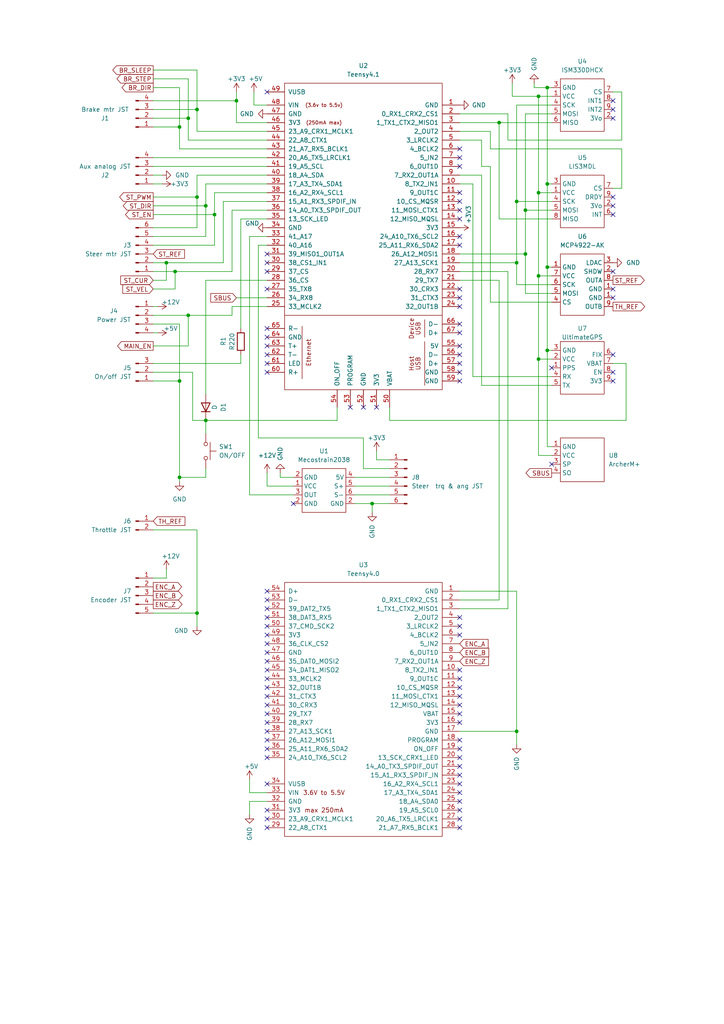
<source format=kicad_sch>
(kicad_sch (version 20211123) (generator eeschema)
  (paper "A4" portrait)
  (title_block (title "LV schematic") (date "2022-04-13") (rev "1") (company "University of Padova") (comment 1 "Low-voltage motherboard schematic"))
  (lib_symbols
    (symbol "Connector:Conn_01x02_Male" (pin_names (offset 1.016) hide)
      (property "Reference" "J" (at 0 2.54 0))
      (property "Value" "Conn_01x02_Male" (at 0 -5.08 0))
      (symbol "Conn_01x02_Male_1_1"
        (polyline (pts (xy 1.27 -2.54) (xy 0.8636 -2.54)) (stroke (width 0.1524)))
        (polyline (pts (xy 1.27 0) (xy 0.8636 0)) (stroke (width 0.1524)))
        (rectangle (start 0.8636 -2.413) (end 0 -2.667) (stroke (width 0.1524)) (fill (type outline)))
        (rectangle (start 0.8636 0.127) (end 0 -0.127) (stroke (width 0.1524)) (fill (type outline)))
        (pin passive line (at 5.08 0 180) (length 3.81) (name "Pin_1") (number "1"))
        (pin passive line (at 5.08 -2.54 180) (length 3.81) (name "Pin_2") (number "2"))
      )
    )
    (symbol "Connector:Conn_01x03_Male" (pin_names (offset 1.016) hide)
      (property "Reference" "J" (at 0 5.08 0))
      (property "Value" "Conn_01x03_Male" (at 0 -5.08 0))
      (symbol "Conn_01x03_Male_1_1"
        (polyline (pts (xy 1.27 -2.54) (xy 0.8636 -2.54)) (stroke (width 0.1524)))
        (polyline (pts (xy 1.27 0) (xy 0.8636 0)) (stroke (width 0.1524)))
        (polyline (pts (xy 1.27 2.54) (xy 0.8636 2.54)) (stroke (width 0.1524)))
        (rectangle (start 0.8636 -2.413) (end 0 -2.667) (stroke (width 0.1524)) (fill (type outline)))
        (rectangle (start 0.8636 0.127) (end 0 -0.127) (stroke (width 0.1524)) (fill (type outline)))
        (rectangle (start 0.8636 2.667) (end 0 2.413) (stroke (width 0.1524)) (fill (type outline)))
        (pin passive line (at 5.08 2.54 180) (length 3.81) (name "Pin_1") (number "1"))
        (pin passive line (at 5.08 0 180) (length 3.81) (name "Pin_2") (number "2"))
        (pin passive line (at 5.08 -2.54 180) (length 3.81) (name "Pin_3") (number "3"))
      )
    )
    (symbol "Connector:Conn_01x04_Male" (pin_names (offset 1.016) hide)
      (property "Reference" "J" (at 0 5.08 0))
      (property "Value" "Conn_01x04_Male" (at 0 -7.62 0))
      (symbol "Conn_01x04_Male_1_1"
        (polyline (pts (xy 1.27 -5.08) (xy 0.8636 -5.08)) (stroke (width 0.1524)))
        (polyline (pts (xy 1.27 -2.54) (xy 0.8636 -2.54)) (stroke (width 0.1524)))
        (polyline (pts (xy 1.27 0) (xy 0.8636 0)) (stroke (width 0.1524)))
        (polyline (pts (xy 1.27 2.54) (xy 0.8636 2.54)) (stroke (width 0.1524)))
        (rectangle (start 0.8636 -4.953) (end 0 -5.207) (stroke (width 0.1524)) (fill (type outline)))
        (rectangle (start 0.8636 -2.413) (end 0 -2.667) (stroke (width 0.1524)) (fill (type outline)))
        (rectangle (start 0.8636 0.127) (end 0 -0.127) (stroke (width 0.1524)) (fill (type outline)))
        (rectangle (start 0.8636 2.667) (end 0 2.413) (stroke (width 0.1524)) (fill (type outline)))
        (pin passive line (at 5.08 2.54 180) (length 3.81) (name "Pin_1") (number "1"))
        (pin passive line (at 5.08 0 180) (length 3.81) (name "Pin_2") (number "2"))
        (pin passive line (at 5.08 -2.54 180) (length 3.81) (name "Pin_3") (number "3"))
        (pin passive line (at 5.08 -5.08 180) (length 3.81) (name "Pin_4") (number "4"))
      )
    )
    (symbol "Connector:Conn_01x05_Male" (pin_names (offset 1.016) hide)
      (property "Reference" "J" (at 0 7.62 0))
      (property "Value" "Conn_01x05_Male" (at 0 -7.62 0))
      (symbol "Conn_01x05_Male_1_1"
        (polyline (pts (xy 1.27 -5.08) (xy 0.8636 -5.08)) (stroke (width 0.1524)))
        (polyline (pts (xy 1.27 -2.54) (xy 0.8636 -2.54)) (stroke (width 0.1524)))
        (polyline (pts (xy 1.27 0) (xy 0.8636 0)) (stroke (width 0.1524)))
        (polyline (pts (xy 1.27 2.54) (xy 0.8636 2.54)) (stroke (width 0.1524)))
        (polyline (pts (xy 1.27 5.08) (xy 0.8636 5.08)) (stroke (width 0.1524)))
        (rectangle (start 0.8636 -4.953) (end 0 -5.207) (stroke (width 0.1524)) (fill (type outline)))
        (rectangle (start 0.8636 -2.413) (end 0 -2.667) (stroke (width 0.1524)) (fill (type outline)))
        (rectangle (start 0.8636 0.127) (end 0 -0.127) (stroke (width 0.1524)) (fill (type outline)))
        (rectangle (start 0.8636 2.667) (end 0 2.413) (stroke (width 0.1524)) (fill (type outline)))
        (rectangle (start 0.8636 5.207) (end 0 4.953) (stroke (width 0.1524)) (fill (type outline)))
        (pin passive line (at 5.08 5.08 180) (length 3.81) (name "Pin_1") (number "1"))
        (pin passive line (at 5.08 2.54 180) (length 3.81) (name "Pin_2") (number "2"))
        (pin passive line (at 5.08 0 180) (length 3.81) (name "Pin_3") (number "3"))
        (pin passive line (at 5.08 -2.54 180) (length 3.81) (name "Pin_4") (number "4"))
        (pin passive line (at 5.08 -5.08 180) (length 3.81) (name "Pin_5") (number "5"))
      )
    )
    (symbol "Connector:Conn_01x06_Male" (pin_names (offset 1.016) hide)
      (property "Reference" "J" (at 0 7.62 0))
      (property "Value" "Conn_01x06_Male" (at 0 -10.16 0))
      (symbol "Conn_01x06_Male_1_1"
        (polyline (pts (xy 1.27 -7.62) (xy 0.8636 -7.62)) (stroke (width 0.1524)))
        (polyline (pts (xy 1.27 -5.08) (xy 0.8636 -5.08)) (stroke (width 0.1524)))
        (polyline (pts (xy 1.27 -2.54) (xy 0.8636 -2.54)) (stroke (width 0.1524)))
        (polyline (pts (xy 1.27 0) (xy 0.8636 0)) (stroke (width 0.1524)))
        (polyline (pts (xy 1.27 2.54) (xy 0.8636 2.54)) (stroke (width 0.1524)))
        (polyline (pts (xy 1.27 5.08) (xy 0.8636 5.08)) (stroke (width 0.1524)))
        (rectangle (start 0.8636 -7.493) (end 0 -7.747) (stroke (width 0.1524)) (fill (type outline)))
        (rectangle (start 0.8636 -4.953) (end 0 -5.207) (stroke (width 0.1524)) (fill (type outline)))
        (rectangle (start 0.8636 -2.413) (end 0 -2.667) (stroke (width 0.1524)) (fill (type outline)))
        (rectangle (start 0.8636 0.127) (end 0 -0.127) (stroke (width 0.1524)) (fill (type outline)))
        (rectangle (start 0.8636 2.667) (end 0 2.413) (stroke (width 0.1524)) (fill (type outline)))
        (rectangle (start 0.8636 5.207) (end 0 4.953) (stroke (width 0.1524)) (fill (type outline)))
        (pin passive line (at 5.08 5.08 180) (length 3.81) (name "Pin_1") (number "1"))
        (pin passive line (at 5.08 2.54 180) (length 3.81) (name "Pin_2") (number "2"))
        (pin passive line (at 5.08 0 180) (length 3.81) (name "Pin_3") (number "3"))
        (pin passive line (at 5.08 -2.54 180) (length 3.81) (name "Pin_4") (number "4"))
        (pin passive line (at 5.08 -5.08 180) (length 3.81) (name "Pin_5") (number "5"))
        (pin passive line (at 5.08 -7.62 180) (length 3.81) (name "Pin_6") (number "6"))
      )
    )
    (symbol "Device:D" (pin_numbers hide) (pin_names (offset 1.016) hide)
      (property "Reference" "D" (at 0 2.54 0))
      (property "Value" "D" (at 0 -2.54 0))
      (symbol "D_0_1"
        (polyline (pts (xy -1.27 1.27) (xy -1.27 -1.27)) (stroke (width 0.254)))
        (polyline (pts (xy 1.27 0) (xy -1.27 0)))
        (polyline (pts (xy 1.27 1.27) (xy 1.27 -1.27) (xy -1.27 0) (xy 1.27 1.27)) (stroke (width 0.254)))
      )
      (symbol "D_1_1"
        (pin passive line (at -3.81 0 0) (length 2.54) (name "K") (number "1"))
        (pin passive line (at 3.81 0 180) (length 2.54) (name "A") (number "2"))
      )
    )
    (symbol "Device:R" (pin_numbers hide) (pin_names (offset 0))
      (property "Reference" "R" (at 2.032 0 90))
      (property "Value" "R" (at 0 0 90))
      (symbol "R_0_1"
        (rectangle (start -1.016 -2.54) (end 1.016 2.54) (stroke (width 0.254)))
      )
      (symbol "R_1_1"
        (pin passive line (at 0 3.81 270) (length 1.27) (name "~") (number "1"))
        (pin passive line (at 0 -3.81 90) (length 1.27) (name "~") (number "2"))
      )
    )
    (symbol "SBBMicro:ArcherM+"
      (property "Reference" "U" (at 0 10.16 0))
      (property "Value" "ArcherM+" (at 0 7.62 0))
      (symbol "ArcherM+_0_1"
        (rectangle (start -6.35 6.35) (end 6.35 -6.35))
      )
      (symbol "ArcherM+_1_1"
        (pin passive line (at -8.89 3.81 0) (length 2.54) (name "GND") (number "1"))
        (pin passive line (at -8.89 1.27 0) (length 2.54) (name "VCC") (number "2"))
        (pin passive line (at -8.89 -1.27 0) (length 2.54) (name "SP") (number "3"))
        (pin passive line (at -8.89 -3.81 0) (length 2.54) (name "SO") (number "4"))
      )
    )
    (symbol "SBBMicro:ISM330DHCX"
      (property "Reference" "U" (at 0 11.43 0))
      (property "Value" "ISM330DHCX" (at 0 8.89 0))
      (symbol "ISM330DHCX_0_1"
        (rectangle (start -6.35 7.62) (end 6.35 -7.62))
      )
      (symbol "ISM330DHCX_1_1"
        (pin passive line (at -8.89 2.54 0) (length 2.54) (name "VCC") (number "1"))
        (pin passive line (at 8.89 -3.81 180) (length 2.54) (name "3Vo") (number "2"))
        (pin passive line (at -8.89 5.08 0) (length 2.54) (name "GND") (number "3"))
        (pin passive line (at -8.89 0 0) (length 2.54) (name "SCK") (number "4"))
        (pin passive line (at -8.89 -2.54 0) (length 2.54) (name "MOSI") (number "5"))
        (pin passive line (at -8.89 -5.08 0) (length 2.54) (name "MISO") (number "6"))
        (pin passive line (at 8.89 3.81 180) (length 2.54) (name "CS") (number "7"))
        (pin passive line (at 8.89 1.27 180) (length 2.54) (name "INT1") (number "8"))
        (pin passive line (at 8.89 -1.27 180) (length 2.54) (name "INT2") (number "9"))
      )
    )
    (symbol "SBBMicro:LIS3MDL"
      (property "Reference" "U" (at 0 8.89 0))
      (property "Value" "LIS3MDL" (at 0 11.43 0))
      (symbol "LIS3MDL_0_1"
        (rectangle (start -6.35 7.62) (end 6.35 -7.62))
      )
      (symbol "LIS3MDL_1_1"
        (pin passive line (at -8.89 2.54 0) (length 2.54) (name "VCC") (number "1"))
        (pin passive line (at 8.89 -1.27 180) (length 2.54) (name "3Vo") (number "2"))
        (pin passive line (at -8.89 5.08 0) (length 2.54) (name "GND") (number "3"))
        (pin passive line (at -8.89 0 0) (length 2.54) (name "SCK") (number "4"))
        (pin passive line (at -8.89 -2.54 0) (length 2.54) (name "MOSI") (number "5"))
        (pin passive line (at 8.89 -3.81 180) (length 2.54) (name "INT") (number "6"))
        (pin passive line (at 8.89 3.81 180) (length 2.54) (name "CS") (number "7"))
        (pin passive line (at -8.89 -5.08 0) (length 2.54) (name "MISO") (number "8"))
        (pin passive line (at 8.89 1.27 180) (length 2.54) (name "DRDY") (number "9"))
      )
    )
    (symbol "SBBMicro:MCP4922-AK"
      (property "Reference" "U" (at 0 10.16 0))
      (property "Value" "MCP4922-AK" (at 0 12.7 0))
      (symbol "MCP4922-AK_0_1"
        (rectangle (start -6.35 8.89) (end 6.35 -8.89))
      )
      (symbol "MCP4922-AK_1_1"
        (pin passive line (at -8.89 5.08 0) (length 2.54) (name "GND") (number "1"))
        (pin passive line (at 8.89 -3.81 180) (length 2.54) (name "GND") (number "1"))
        (pin passive line (at 8.89 -1.27 180) (length 2.54) (name "GND") (number "1"))
        (pin passive line (at 8.89 3.81 180) (length 2.54) (name "SHDW") (number "2"))
        (pin passive line (at 8.89 6.35 180) (length 2.54) (name "LDAC") (number "3"))
        (pin passive line (at -8.89 -5.08 0) (length 2.54) (name "CS") (number "4"))
        (pin passive line (at -8.89 -2.54 0) (length 2.54) (name "MOSI") (number "5"))
        (pin passive line (at -8.89 0 0) (length 2.54) (name "SCK") (number "6"))
        (pin passive line (at -8.89 2.54 0) (length 2.54) (name "VCC") (number "7"))
        (pin passive line (at 8.89 1.27 180) (length 2.54) (name "OUTA") (number "8"))
        (pin passive line (at 8.89 -6.35 180) (length 2.54) (name "OUTB") (number "9"))
      )
    )
    (symbol "SBBMicro:Mecostrain2038"
      (property "Reference" "U" (at 0 11.43 0))
      (property "Value" "Mecostrain2038" (at 0 8.89 0))
      (symbol "Mecostrain2038_0_1"
        (rectangle (start -6.35 6.35) (end 6.35 -6.35))
      )
      (symbol "Mecostrain2038_1_1"
        (pin passive line (at -8.89 1.27 0) (length 2.54) (name "VCC") (number "1"))
        (pin passive line (at -8.89 -3.81 0) (length 2.54) (name "GND") (number "2"))
        (pin passive line (at -8.89 3.81 0) (length 2.54) (name "GND") (number "2"))
        (pin passive line (at 8.89 -3.81 180) (length 2.54) (name "GND") (number "2"))
        (pin passive line (at -8.89 -1.27 0) (length 2.54) (name "OUT") (number "3"))
        (pin passive line (at 8.89 3.81 180) (length 2.54) (name "5V") (number "4"))
        (pin passive line (at 8.89 1.27 180) (length 2.54) (name "S+") (number "5"))
        (pin passive line (at 8.89 -1.27 180) (length 2.54) (name "S-") (number "6"))
      )
    )
    (symbol "SBBMicro:UltimateGPS"
      (property "Reference" "U" (at 0 11.43 0))
      (property "Value" "UltimateGPS" (at 0 8.89 0))
      (symbol "UltimateGPS_0_1"
        (rectangle (start -6.35 7.62) (end 6.35 -7.62))
      )
      (symbol "UltimateGPS_1_1"
        (pin passive line (at -8.89 0 0) (length 2.54) (name "PPS") (number "1"))
        (pin passive line (at -8.89 2.54 0) (length 2.54) (name "VCC") (number "2"))
        (pin passive line (at -8.89 5.08 0) (length 2.54) (name "GND") (number "3"))
        (pin passive line (at -8.89 -2.54 0) (length 2.54) (name "RX") (number "4"))
        (pin passive line (at -8.89 -5.08 0) (length 2.54) (name "TX") (number "5"))
        (pin passive line (at 8.89 3.81 180) (length 2.54) (name "FIX") (number "6"))
        (pin passive line (at 8.89 1.27 180) (length 2.54) (name "VBAT") (number "7"))
        (pin passive line (at 8.89 -1.27 180) (length 2.54) (name "EN") (number "8"))
        (pin passive line (at 8.89 -3.81 180) (length 2.54) (name "3V3") (number "9"))
      )
    )
    (symbol "Switch:SW_Push" (pin_numbers hide) (pin_names (offset 1.016) hide)
      (property "Reference" "SW" (at 1.27 2.54 0))
      (property "Value" "SW_Push" (at 0 -1.524 0))
      (symbol "SW_Push_0_1"
        (circle (center -2.032 0) (radius 0.508))
        (polyline (pts (xy 0 1.27) (xy 0 3.048)))
        (polyline (pts (xy 2.54 1.27) (xy -2.54 1.27)))
        (circle (center 2.032 0) (radius 0.508))
        (pin passive line (at -5.08 0 0) (length 2.54) (name "1") (number "1"))
        (pin passive line (at 5.08 0 180) (length 2.54) (name "2") (number "2"))
      )
    )
    (symbol "power:+12V" (power) (pin_names (offset 0))
      (property "Value" "+12V" (at 0 3.556 0))
      (symbol "+12V_0_1"
        (polyline (pts (xy -0.762 1.27) (xy 0 2.54)))
        (polyline (pts (xy 0 0) (xy 0 2.54)))
        (polyline (pts (xy 0 2.54) (xy 0.762 1.27)))
      )
      (symbol "+12V_1_1"
        (pin power_in line (at 0 0 90) (length 0) hide (name "+12V") (number "1"))
      )
    )
    (symbol "power:+3V3" (power) (pin_names (offset 0))
      (property "Value" "+3V3" (at 0 3.556 0))
      (symbol "+3V3_0_1"
        (polyline (pts (xy -0.762 1.27) (xy 0 2.54)))
        (polyline (pts (xy 0 0) (xy 0 2.54)))
        (polyline (pts (xy 0 2.54) (xy 0.762 1.27)))
      )
      (symbol "+3V3_1_1"
        (pin power_in line (at 0 0 90) (length 0) hide (name "+3V3") (number "1"))
      )
    )
    (symbol "power:+5V" (power) (pin_names (offset 0))
      (property "Value" "+5V" (at 0 3.556 0))
      (symbol "+5V_0_1"
        (polyline (pts (xy -0.762 1.27) (xy 0 2.54)))
        (polyline (pts (xy 0 0) (xy 0 2.54)))
        (polyline (pts (xy 0 2.54) (xy 0.762 1.27)))
      )
      (symbol "+5V_1_1"
        (pin power_in line (at 0 0 90) (length 0) hide (name "+5V") (number "1"))
      )
    )
    (symbol "power:GND" (power) (pin_names (offset 0))
      (property "Value" "GND" (at 0 -3.81 0))
      (symbol "GND_0_1"
        (polyline (pts (xy 0 0) (xy 0 -1.27) (xy 1.27 -1.27) (xy 0 -2.54) (xy -1.27 -1.27) (xy 0 -1.27)))
      )
      (symbol "GND_1_1"
        (pin power_in line (at 0 0 270) (length 0) hide (name "GND") (number "1"))
      )
    )
    (symbol "teensy:Teensy4.0" (pin_names (offset 1.016))
      (property "Reference" "U" (at 0 39.37 0))
      (property "Value" "Teensy4.0" (at 0 -39.37 0))
      (symbol "Teensy4.0_0_0"
        (text "3.6V to 5.5V" (at 11.43 -24.13 0) (effects (font (size 1.27 1.27))))
        (text "max 250mA" (at 11.43 -29.21 0) (effects (font (size 1.27 1.27))))
        (pin bidirectional line (at -27.94 11.43 0) (length 5.08) (name "8_TX2_IN1") (number "10"))
        (pin bidirectional line (at -27.94 8.89 0) (length 5.08) (name "9_OUT1C") (number "11"))
        (pin bidirectional line (at -27.94 6.35 0) (length 5.08) (name "10_CS_MQSR") (number "12"))
        (pin bidirectional line (at -27.94 3.81 0) (length 5.08) (name "11_MOSI_CTX1") (number "13"))
        (pin bidirectional line (at -27.94 1.27 0) (length 5.08) (name "12_MISO_MQSL") (number "14"))
        (pin power_in line (at -27.94 -1.27 0) (length 5.08) (name "VBAT") (number "15"))
        (pin power_in line (at -27.94 -3.81 0) (length 5.08) (name "3V3") (number "16"))
        (pin power_in line (at -27.94 -6.35 0) (length 5.08) (name "GND") (number "17"))
        (pin input line (at -27.94 -8.89 0) (length 5.08) (name "PROGRAM") (number "18"))
        (pin input line (at -27.94 -11.43 0) (length 5.08) (name "ON_OFF") (number "19"))
        (pin bidirectional line (at -27.94 -13.97 0) (length 5.08) (name "13_SCK_CRX1_LED") (number "20"))
        (pin bidirectional line (at -27.94 -16.51 0) (length 5.08) (name "14_A0_TX3_SPDIF_OUT") (number "21"))
        (pin bidirectional line (at -27.94 -19.05 0) (length 5.08) (name "15_A1_RX3_SPDIF_IN") (number "22"))
        (pin bidirectional line (at -27.94 -21.59 0) (length 5.08) (name "16_A2_RX4_SCL1") (number "23"))
        (pin bidirectional line (at -27.94 -24.13 0) (length 5.08) (name "17_A3_TX4_SDA1") (number "24"))
        (pin bidirectional line (at -27.94 -26.67 0) (length 5.08) (name "18_A4_SDA0") (number "25"))
        (pin bidirectional line (at -27.94 -29.21 0) (length 5.08) (name "19_A5_SCL0") (number "26"))
        (pin bidirectional line (at -27.94 -31.75 0) (length 5.08) (name "20_A6_TX5_LRCLK1") (number "27"))
        (pin bidirectional line (at -27.94 -34.29 0) (length 5.08) (name "21_A7_RX5_BCLK1") (number "28"))
        (pin bidirectional line (at 27.94 -34.29 180) (length 5.08) (name "22_A8_CTX1") (number "29"))
        (pin bidirectional line (at 27.94 -31.75 180) (length 5.08) (name "23_A9_CRX1_MCLK1") (number "30"))
        (pin power_out line (at 27.94 -29.21 180) (length 5.08) (name "3V3") (number "31"))
        (pin power_in line (at 27.94 -26.67 180) (length 5.08) (name "GND") (number "32"))
        (pin power_in line (at 27.94 -24.13 180) (length 5.08) (name "VIN") (number "33"))
        (pin power_out line (at 27.94 -21.59 180) (length 5.08) (name "VUSB") (number "34"))
        (pin bidirectional line (at 27.94 -13.97 180) (length 5.08) (name "24_A10_TX6_SCL2") (number "35"))
        (pin bidirectional line (at 27.94 -11.43 180) (length 5.08) (name "25_A11_RX6_SDA2") (number "36"))
        (pin bidirectional line (at 27.94 -8.89 180) (length 5.08) (name "26_A12_MOSI1") (number "37"))
        (pin bidirectional line (at 27.94 -6.35 180) (length 5.08) (name "27_A13_SCK1") (number "38"))
        (pin bidirectional line (at 27.94 -3.81 180) (length 5.08) (name "28_RX7") (number "39"))
        (pin bidirectional line (at 27.94 -1.27 180) (length 5.08) (name "29_TX7") (number "40"))
        (pin bidirectional line (at 27.94 1.27 180) (length 5.08) (name "30_CRX3") (number "41"))
        (pin bidirectional line (at 27.94 3.81 180) (length 5.08) (name "31_CTX3") (number "42"))
        (pin bidirectional line (at 27.94 6.35 180) (length 5.08) (name "32_OUT1B") (number "43"))
        (pin bidirectional line (at 27.94 8.89 180) (length 5.08) (name "33_MCLK2") (number "44"))
        (pin bidirectional line (at 27.94 11.43 180) (length 5.08) (name "34_DAT1_MISO2") (number "45"))
        (pin bidirectional line (at 27.94 13.97 180) (length 5.08) (name "35_DAT0_MOSI2") (number "46"))
        (pin power_out line (at 27.94 16.51 180) (length 5.08) (name "GND") (number "47"))
        (pin bidirectional line (at 27.94 19.05 180) (length 5.08) (name "36_CLK_CS2") (number "48"))
        (pin power_out line (at 27.94 21.59 180) (length 5.08) (name "3V3") (number "49"))
        (pin bidirectional line (at -27.94 24.13 0) (length 5.08) (name "3_LRCLK2") (number "5"))
        (pin bidirectional line (at 27.94 24.13 180) (length 5.08) (name "37_CMD_SCK2") (number "50"))
        (pin bidirectional line (at 27.94 26.67 180) (length 5.08) (name "38_DAT3_RX5") (number "51"))
        (pin bidirectional line (at 27.94 29.21 180) (length 5.08) (name "39_DAT2_TX5") (number "52"))
        (pin bidirectional line (at 27.94 31.75 180) (length 5.08) (name "D-") (number "53"))
        (pin bidirectional line (at 27.94 34.29 180) (length 5.08) (name "D+") (number "54"))
        (pin bidirectional line (at -27.94 21.59 0) (length 5.08) (name "4_BCLK2") (number "6"))
        (pin bidirectional line (at -27.94 19.05 0) (length 5.08) (name "5_IN2") (number "7"))
        (pin bidirectional line (at -27.94 16.51 0) (length 5.08) (name "6_OUT1D") (number "8"))
        (pin bidirectional line (at -27.94 13.97 0) (length 5.08) (name "7_RX2_OUT1A") (number "9"))
      )
      (symbol "Teensy4.0_0_1"
        (rectangle (start -22.86 36.83) (end 22.86 -36.83))
        (rectangle (start -20.32 -31.75) (end -20.32 -31.75))
      )
      (symbol "Teensy4.0_1_1"
        (pin power_in line (at -27.94 34.29 0) (length 5.08) (name "GND") (number "1"))
        (pin bidirectional line (at -27.94 31.75 0) (length 5.08) (name "0_RX1_CRX2_CS1") (number "2"))
        (pin bidirectional line (at -27.94 29.21 0) (length 5.08) (name "1_TX1_CTX2_MISO1") (number "3"))
        (pin bidirectional line (at -27.94 26.67 0) (length 5.08) (name "2_OUT2") (number "4"))
      )
    )
    (symbol "teensy:Teensy4.1" (pin_names (offset 1.016))
      (property "Reference" "U" (at 0 64.77 0))
      (property "Value" "Teensy4.1" (at 0 62.23 0))
      (symbol "Teensy4.1_0_0"
        (polyline (pts (xy -22.86 -6.35) (xy 22.86 -6.35)))
        (polyline (pts (xy -17.78 -26.67) (xy -17.78 -13.97)))
        (polyline (pts (xy -17.78 -7.62) (xy -17.78 -12.7)))
        (polyline (pts (xy 17.78 -9.525) (xy 17.78 -24.765)))
        (text "(250mA max)" (at 11.43 49.53 0) (effects (font (size 1.016 1.016))))
        (text "(3.6v to 5.5v)" (at 11.43 54.61 0) (effects (font (size 1.016 1.016))))
        (text "Device" (at -13.97 -10.16 900) (effects (font (size 1.27 1.27))))
        (text "Ethernet" (at 15.875 -17.145 900) (effects (font (size 1.27 1.27))))
        (text "Host" (at -13.97 -20.32 900) (effects (font (size 1.27 1.27))))
        (text "USB" (at -15.875 -20.32 900) (effects (font (size 1.27 1.27))))
        (text "USB" (at -15.875 -10.16 900) (effects (font (size 1.27 1.27))))
        (pin bidirectional line (at -27.94 31.75 0) (length 5.08) (name "8_TX2_IN1") (number "10"))
        (pin bidirectional line (at -27.94 29.21 0) (length 5.08) (name "9_OUT1C") (number "11"))
        (pin bidirectional line (at -27.94 26.67 0) (length 5.08) (name "10_CS_MQSR") (number "12"))
        (pin bidirectional line (at -27.94 24.13 0) (length 5.08) (name "11_MOSI_CTX1") (number "13"))
        (pin bidirectional line (at -27.94 21.59 0) (length 5.08) (name "12_MISO_MQSL") (number "14"))
        (pin power_in line (at -27.94 19.05 0) (length 5.08) (name "3V3") (number "15"))
        (pin bidirectional line (at -27.94 16.51 0) (length 5.08) (name "24_A10_TX6_SCL2") (number "16"))
        (pin bidirectional line (at -27.94 13.97 0) (length 5.08) (name "25_A11_RX6_SDA2") (number "17"))
        (pin bidirectional line (at -27.94 11.43 0) (length 5.08) (name "26_A12_MOSI1") (number "18"))
        (pin bidirectional line (at -27.94 8.89 0) (length 5.08) (name "27_A13_SCK1") (number "19"))
        (pin bidirectional line (at -27.94 6.35 0) (length 5.08) (name "28_RX7") (number "20"))
        (pin bidirectional line (at -27.94 3.81 0) (length 5.08) (name "29_TX7") (number "21"))
        (pin bidirectional line (at -27.94 1.27 0) (length 5.08) (name "30_CRX3") (number "22"))
        (pin bidirectional line (at -27.94 -1.27 0) (length 5.08) (name "31_CTX3") (number "23"))
        (pin bidirectional line (at -27.94 -3.81 0) (length 5.08) (name "32_OUT1B") (number "24"))
        (pin bidirectional line (at 27.94 -3.81 180) (length 5.08) (name "33_MCLK2") (number "25"))
        (pin bidirectional line (at 27.94 -1.27 180) (length 5.08) (name "34_RX8") (number "26"))
        (pin bidirectional line (at 27.94 1.27 180) (length 5.08) (name "35_TX8") (number "27"))
        (pin bidirectional line (at 27.94 3.81 180) (length 5.08) (name "36_CS") (number "28"))
        (pin bidirectional line (at 27.94 6.35 180) (length 5.08) (name "37_CS") (number "29"))
        (pin bidirectional line (at 27.94 8.89 180) (length 5.08) (name "38_CS1_IN1") (number "30"))
        (pin bidirectional line (at 27.94 11.43 180) (length 5.08) (name "39_MISO1_OUT1A") (number "31"))
        (pin bidirectional line (at 27.94 13.97 180) (length 5.08) (name "40_A16") (number "32"))
        (pin bidirectional line (at 27.94 16.51 180) (length 5.08) (name "41_A17") (number "33"))
        (pin bidirectional line (at 27.94 21.59 180) (length 5.08) (name "13_SCK_LED") (number "35"))
        (pin bidirectional line (at 27.94 24.13 180) (length 5.08) (name "14_A0_TX3_SPDIF_OUT") (number "36"))
        (pin bidirectional line (at 27.94 26.67 180) (length 5.08) (name "15_A1_RX3_SPDIF_IN") (number "37"))
        (pin bidirectional line (at 27.94 29.21 180) (length 5.08) (name "16_A2_RX4_SCL1") (number "38"))
        (pin bidirectional line (at 27.94 31.75 180) (length 5.08) (name "17_A3_TX4_SDA1") (number "39"))
        (pin bidirectional line (at 27.94 34.29 180) (length 5.08) (name "18_A4_SDA") (number "40"))
        (pin bidirectional line (at 27.94 36.83 180) (length 5.08) (name "19_A5_SCL") (number "41"))
        (pin bidirectional line (at 27.94 39.37 180) (length 5.08) (name "20_A6_TX5_LRCLK1") (number "42"))
        (pin bidirectional line (at 27.94 41.91 180) (length 5.08) (name "21_A7_RX5_BCLK1") (number "43"))
        (pin bidirectional line (at 27.94 44.45 180) (length 5.08) (name "22_A8_CTX1") (number "44"))
        (pin bidirectional line (at 27.94 46.99 180) (length 5.08) (name "23_A9_CRX1_MCLK1") (number "45"))
        (pin output line (at 27.94 49.53 180) (length 5.08) (name "3V3") (number "46"))
        (pin output line (at 27.94 52.07 180) (length 5.08) (name "GND") (number "47"))
        (pin power_in line (at 27.94 54.61 180) (length 5.08) (name "VIN") (number "48"))
        (pin power_out line (at 27.94 58.42 180) (length 5.08) (name "VUSB") (number "49"))
        (pin bidirectional line (at -27.94 44.45 0) (length 5.08) (name "3_LRCLK2") (number "5"))
        (pin power_in line (at -7.62 -33.02 90) (length 5.08) (name "VBAT") (number "50"))
        (pin power_in line (at -3.81 -33.02 90) (length 5.08) (name "3V3") (number "51"))
        (pin input line (at 0 -33.02 90) (length 5.08) (name "GND") (number "52"))
        (pin input line (at 3.81 -33.02 90) (length 5.08) (name "PROGRAM") (number "53"))
        (pin input line (at 7.62 -33.02 90) (length 5.08) (name "ON_OFF") (number "54"))
        (pin power_out line (at -27.94 -15.24 0) (length 5.08) (name "5V") (number "55"))
        (pin bidirectional line (at -27.94 -17.78 0) (length 5.08) (name "D-") (number "56"))
        (pin bidirectional line (at -27.94 -20.32 0) (length 5.08) (name "D+") (number "57"))
        (pin power_in line (at -27.94 -22.86 0) (length 5.08) (name "GND") (number "58"))
        (pin power_in line (at -27.94 -25.4 0) (length 5.08) (name "GND") (number "59"))
        (pin bidirectional line (at -27.94 41.91 0) (length 5.08) (name "4_BCLK2") (number "6"))
        (pin bidirectional line (at 27.94 -22.86 180) (length 5.08) (name "R+") (number "60"))
        (pin bidirectional line (at 27.94 -20.32 180) (length 5.08) (name "LED") (number "61"))
        (pin bidirectional line (at 27.94 -17.78 180) (length 5.08) (name "T-") (number "62"))
        (pin bidirectional line (at 27.94 -15.24 180) (length 5.08) (name "T+") (number "63"))
        (pin power_in line (at 27.94 -12.7 180) (length 5.08) (name "GND") (number "64"))
        (pin bidirectional line (at 27.94 -10.16 180) (length 5.08) (name "R-") (number "65"))
        (pin bidirectional line (at -27.94 -8.89 0) (length 5.08) (name "D-") (number "66"))
        (pin bidirectional line (at -27.94 -11.43 0) (length 5.08) (name "D+") (number "67"))
        (pin bidirectional line (at -27.94 39.37 0) (length 5.08) (name "5_IN2") (number "7"))
        (pin bidirectional line (at -27.94 36.83 0) (length 5.08) (name "6_OUT1D") (number "8"))
        (pin bidirectional line (at -27.94 34.29 0) (length 5.08) (name "7_RX2_OUT1A") (number "9"))
      )
      (symbol "Teensy4.1_0_1"
        (rectangle (start -22.86 60.96) (end 22.86 -27.94))
        (rectangle (start -20.32 -1.27) (end -20.32 -1.27))
      )
      (symbol "Teensy4.1_1_1"
        (pin power_in line (at -27.94 54.61 0) (length 5.08) (name "GND") (number "1"))
        (pin bidirectional line (at -27.94 52.07 0) (length 5.08) (name "0_RX1_CRX2_CS1") (number "2"))
        (pin bidirectional line (at -27.94 49.53 0) (length 5.08) (name "1_TX1_CTX2_MISO1") (number "3"))
        (pin power_in line (at 27.94 19.05 180) (length 5.08) (name "GND") (number "34"))
        (pin bidirectional line (at -27.94 46.99 0) (length 5.08) (name "2_OUT2") (number "4"))
      )
    )
  )
  (junction (at 156.21 104.14))
  (junction (at 107.95 146.05))
  (junction (at 57.15 57.15))
  (junction (at 68.58 29.21))
  (junction (at 59.69 121.92))
  (junction (at 144.78 35.56))
  (junction (at 57.15 31.75))
  (junction (at 54.61 34.29))
  (junction (at 149.86 58.42))
  (junction (at 152.4 60.96))
  (junction (at 52.07 138.43))
  (junction (at 158.75 53.34))
  (junction (at 48.26 76.2))
  (junction (at 158.75 101.6))
  (junction (at 52.07 36.83))
  (junction (at 52.07 110.49))
  (junction (at 57.15 177.8))
  (junction (at 156.21 80.01))
  (junction (at 156.21 55.88))
  (junction (at 158.75 77.47))
  (junction (at 158.75 25.4))
  (junction (at 50.8 78.74))
  (junction (at 62.23 62.23))
  (junction (at 59.69 59.69))
  (junction (at 149.86 212.09))
  (junction (at 54.61 91.44))
  (junction (at 152.4 73.66))
  (junction (at 149.86 76.2))
  (junction (at 156.21 27.94))
  (no_connect (at 133.35 68.58))
  (no_connect (at 133.35 224.79))
  (no_connect (at 77.47 237.49))
  (no_connect (at 77.47 73.66))
  (no_connect (at 77.47 199.39))
  (no_connect (at 77.47 207.01))
  (no_connect (at 77.47 217.17))
  (no_connect (at 77.47 196.85))
  (no_connect (at 77.47 181.61))
  (no_connect (at 77.47 191.77))
  (no_connect (at 77.47 204.47))
  (no_connect (at 177.8 29.21))
  (no_connect (at 133.35 43.18))
  (no_connect (at 133.35 86.36))
  (no_connect (at 133.35 217.17))
  (no_connect (at 133.35 107.95))
  (no_connect (at 105.41 118.11))
  (no_connect (at 77.47 234.95))
  (no_connect (at 77.47 78.74))
  (no_connect (at 77.47 184.15))
  (no_connect (at 77.47 209.55))
  (no_connect (at 133.35 199.39))
  (no_connect (at 101.6 118.11))
  (no_connect (at 77.47 105.41))
  (no_connect (at 133.35 45.72))
  (no_connect (at 177.8 78.74))
  (no_connect (at 133.35 60.96))
  (no_connect (at 133.35 237.49))
  (no_connect (at 133.35 196.85))
  (no_connect (at 77.47 171.45))
  (no_connect (at 77.47 201.93))
  (no_connect (at 133.35 207.01))
  (no_connect (at 133.35 110.49))
  (no_connect (at 160.02 106.68))
  (no_connect (at 77.47 107.95))
  (no_connect (at 77.47 102.87))
  (no_connect (at 133.35 209.55))
  (no_connect (at 77.47 194.31))
  (no_connect (at 133.35 201.93))
  (no_connect (at 133.35 229.87))
  (no_connect (at 133.35 232.41))
  (no_connect (at 133.35 184.15))
  (no_connect (at 77.47 173.99))
  (no_connect (at 133.35 63.5))
  (no_connect (at 77.47 227.33))
  (no_connect (at 77.47 95.25))
  (no_connect (at 133.35 93.98))
  (no_connect (at 177.8 31.75))
  (no_connect (at 133.35 181.61))
  (no_connect (at 133.35 219.71))
  (no_connect (at 85.09 146.05))
  (no_connect (at 177.8 107.95))
  (no_connect (at 77.47 100.33))
  (no_connect (at 77.47 176.53))
  (no_connect (at 77.47 219.71))
  (no_connect (at 133.35 58.42))
  (no_connect (at 133.35 88.9))
  (no_connect (at 177.8 62.23))
  (no_connect (at 177.8 57.15))
  (no_connect (at 177.8 59.69))
  (no_connect (at 77.47 179.07))
  (no_connect (at 177.8 83.82))
  (no_connect (at 109.22 118.11))
  (no_connect (at 133.35 83.82))
  (no_connect (at 77.47 26.67))
  (no_connect (at 77.47 212.09))
  (no_connect (at 77.47 189.23))
  (no_connect (at 160.02 134.62))
  (no_connect (at 133.35 71.12))
  (no_connect (at 177.8 110.49))
  (no_connect (at 133.35 105.41))
  (no_connect (at 77.47 186.69))
  (no_connect (at 133.35 240.03))
  (no_connect (at 133.35 227.33))
  (no_connect (at 77.47 76.2))
  (no_connect (at 177.8 102.87))
  (no_connect (at 177.8 86.36))
  (no_connect (at 133.35 222.25))
  (no_connect (at 77.47 240.03))
  (no_connect (at 77.47 214.63))
  (no_connect (at 133.35 55.88))
  (no_connect (at 133.35 179.07))
  (no_connect (at 133.35 204.47))
  (no_connect (at 133.35 102.87))
  (no_connect (at 133.35 194.31))
  (no_connect (at 133.35 96.52))
  (no_connect (at 77.47 97.79))
  (no_connect (at 177.8 34.29))
  (no_connect (at 133.35 234.95))
  (no_connect (at 133.35 100.33))
  (no_connect (at 133.35 48.26))
  (no_connect (at 77.47 83.82))
  (no_connect (at 133.35 214.63))
  (wire (pts (xy 52.07 93.98) (xy 52.07 110.49)))
  (wire (pts (xy 149.86 171.45) (xy 149.86 212.09)))
  (wire (pts (xy 72.39 236.22) (xy 72.39 232.41)))
  (wire (pts (xy 77.47 229.87) (xy 72.39 229.87)))
  (wire (pts (xy 44.45 167.64) (xy 48.26 167.64)))
  (wire (pts (xy 113.03 133.35) (xy 109.22 133.35)))
  (wire (pts (xy 68.58 86.36) (xy 77.47 86.36)))
  (wire (pts (xy 133.35 173.99) (xy 144.78 173.99)))
  (wire (pts (xy 152.4 60.96) (xy 152.4 33.02)))
  (wire (pts (xy 156.21 55.88) (xy 156.21 80.01)))
  (wire (pts (xy 77.47 45.72) (xy 44.45 45.72)))
  (wire (pts (xy 160.02 27.94) (xy 156.21 27.94)))
  (wire (pts (xy 139.7 40.64) (xy 133.35 40.64)))
  (wire (pts (xy 180.34 54.61) (xy 177.8 54.61)))
  (wire (pts (xy 50.8 83.82) (xy 50.8 78.74)))
  (wire (pts (xy 73.66 30.48) (xy 73.66 26.67)))
  (wire (pts (xy 59.69 121.92) (xy 97.79 121.92)))
  (wire (pts (xy 68.58 26.67) (xy 68.58 29.21)))
  (wire (pts (xy 64.77 58.42) (xy 77.47 58.42)))
  (wire (pts (xy 72.39 229.87) (xy 72.39 226.06)))
  (wire (pts (xy 44.45 59.69) (xy 59.69 59.69)))
  (wire (pts (xy 85.09 138.43) (xy 81.28 138.43)))
  (wire (pts (xy 107.95 146.05) (xy 113.03 146.05)))
  (wire (pts (xy 69.85 105.41) (xy 44.45 105.41)))
  (wire (pts (xy 72.39 143.51) (xy 72.39 68.58)))
  (wire (pts (xy 133.35 35.56) (xy 144.78 35.56)))
  (wire (pts (xy 44.45 66.04) (xy 57.15 66.04)))
  (wire (pts (xy 144.78 35.56) (xy 144.78 63.5)))
  (wire (pts (xy 160.02 129.54) (xy 158.75 129.54)))
  (wire (pts (xy 55.88 107.95) (xy 55.88 121.92)))
  (wire (pts (xy 44.45 29.21) (xy 68.58 29.21)))
  (wire (pts (xy 77.47 43.18) (xy 52.07 43.18)))
  (wire (pts (xy 44.45 25.4) (xy 52.07 25.4)))
  (wire (pts (xy 160.02 132.08) (xy 156.21 132.08)))
  (wire (pts (xy 148.59 27.94) (xy 148.59 24.13)))
  (wire (pts (xy 133.35 171.45) (xy 149.86 171.45)))
  (wire (pts (xy 158.75 53.34) (xy 158.75 77.47)))
  (wire (pts (xy 57.15 177.8) (xy 57.15 153.67)))
  (wire (pts (xy 158.75 25.4) (xy 158.75 53.34)))
  (wire (pts (xy 156.21 80.01) (xy 156.21 104.14)))
  (wire (pts (xy 152.4 85.09) (xy 160.02 85.09)))
  (wire (pts (xy 44.45 91.44) (xy 54.61 91.44)))
  (wire (pts (xy 158.75 101.6) (xy 158.75 77.47)))
  (wire (pts (xy 156.21 132.08) (xy 156.21 104.14)))
  (wire (pts (xy 64.77 76.2) (xy 64.77 58.42)))
  (wire (pts (xy 160.02 30.48) (xy 149.86 30.48)))
  (wire (pts (xy 102.87 138.43) (xy 113.03 138.43)))
  (wire (pts (xy 67.31 88.9) (xy 67.31 91.44)))
  (wire (pts (xy 160.02 25.4) (xy 158.75 25.4)))
  (wire (pts (xy 152.4 85.09) (xy 152.4 73.66)))
  (wire (pts (xy 160.02 104.14) (xy 156.21 104.14)))
  (wire (pts (xy 57.15 177.8) (xy 57.15 181.61)))
  (wire (pts (xy 137.16 109.22) (xy 137.16 53.34)))
  (wire (pts (xy 133.35 50.8) (xy 139.7 50.8)))
  (wire (pts (xy 102.87 146.05) (xy 107.95 146.05)))
  (wire (pts (xy 144.78 63.5) (xy 160.02 63.5)))
  (wire (pts (xy 85.09 143.51) (xy 72.39 143.51)))
  (wire (pts (xy 44.45 20.32) (xy 57.15 20.32)))
  (wire (pts (xy 147.32 33.02) (xy 147.32 40.64)))
  (wire (pts (xy 44.45 57.15) (xy 57.15 57.15)))
  (wire (pts (xy 81.28 138.43) (xy 81.28 137.16)))
  (wire (pts (xy 133.35 38.1) (xy 142.24 38.1)))
  (wire (pts (xy 55.88 121.92) (xy 59.69 121.92)))
  (wire (pts (xy 152.4 33.02) (xy 160.02 33.02)))
  (wire (pts (xy 180.34 40.64) (xy 180.34 26.67)))
  (wire (pts (xy 133.35 176.53) (xy 147.32 176.53)))
  (wire (pts (xy 62.23 71.12) (xy 62.23 62.23)))
  (wire (pts (xy 74.93 127) (xy 74.93 71.12)))
  (wire (pts (xy 44.45 100.33) (xy 54.61 100.33)))
  (wire (pts (xy 52.07 138.43) (xy 52.07 139.7)))
  (wire (pts (xy 133.35 73.66) (xy 152.4 73.66)))
  (wire (pts (xy 52.07 36.83) (xy 44.45 36.83)))
  (wire (pts (xy 62.23 55.88) (xy 77.47 55.88)))
  (wire (pts (xy 54.61 40.64) (xy 77.47 40.64)))
  (wire (pts (xy 180.34 26.67) (xy 177.8 26.67)))
  (wire (pts (xy 113.03 135.89) (xy 105.41 135.89)))
  (wire (pts (xy 52.07 110.49) (xy 52.07 138.43)))
  (wire (pts (xy 44.45 78.74) (xy 50.8 78.74)))
  (wire (pts (xy 44.45 81.28) (xy 48.26 81.28)))
  (wire (pts (xy 133.35 78.74) (xy 147.32 78.74)))
  (wire (pts (xy 147.32 176.53) (xy 147.32 78.74)))
  (wire (pts (xy 156.21 27.94) (xy 156.21 55.88)))
  (wire (pts (xy 102.87 143.51) (xy 113.03 143.51)))
  (wire (pts (xy 156.21 80.01) (xy 160.02 80.01)))
  (wire (pts (xy 156.21 55.88) (xy 160.02 55.88)))
  (wire (pts (xy 52.07 138.43) (xy 59.69 138.43)))
  (wire (pts (xy 149.86 58.42) (xy 149.86 76.2)))
  (wire (pts (xy 68.58 29.21) (xy 68.58 35.56)))
  (wire (pts (xy 160.02 53.34) (xy 158.75 53.34)))
  (wire (pts (xy 57.15 38.1) (xy 57.15 31.75)))
  (wire (pts (xy 109.22 133.35) (xy 109.22 130.81)))
  (wire (pts (xy 142.24 38.1) (xy 142.24 43.18)))
  (wire (pts (xy 44.45 62.23) (xy 62.23 62.23)))
  (wire (pts (xy 44.45 107.95) (xy 55.88 107.95)))
  (wire (pts (xy 74.93 71.12) (xy 77.47 71.12)))
  (wire (pts (xy 149.86 58.42) (xy 160.02 58.42)))
  (wire (pts (xy 48.26 81.28) (xy 48.26 76.2)))
  (wire (pts (xy 142.24 87.63) (xy 142.24 48.26)))
  (wire (pts (xy 77.47 140.97) (xy 85.09 140.97)))
  (wire (pts (xy 44.45 71.12) (xy 62.23 71.12)))
  (wire (pts (xy 149.86 82.55) (xy 149.86 76.2)))
  (wire (pts (xy 149.86 30.48) (xy 149.86 58.42)))
  (wire (pts (xy 139.7 50.8) (xy 139.7 111.76)))
  (wire (pts (xy 113.03 121.92) (xy 113.03 118.11)))
  (wire (pts (xy 97.79 121.92) (xy 97.79 118.11)))
  (wire (pts (xy 149.86 82.55) (xy 160.02 82.55)))
  (wire (pts (xy 181.61 105.41) (xy 181.61 121.92)))
  (wire (pts (xy 158.75 101.6) (xy 158.75 129.54)))
  (wire (pts (xy 181.61 121.92) (xy 113.03 121.92)))
  (wire (pts (xy 50.8 78.74) (xy 67.31 78.74)))
  (wire (pts (xy 44.45 88.9) (xy 45.72 88.9)))
  (wire (pts (xy 54.61 91.44) (xy 67.31 91.44)))
  (wire (pts (xy 139.7 40.64) (xy 139.7 48.26)))
  (wire (pts (xy 180.34 43.18) (xy 180.34 54.61)))
  (wire (pts (xy 77.47 88.9) (xy 67.31 88.9)))
  (wire (pts (xy 44.45 153.67) (xy 57.15 153.67)))
  (wire (pts (xy 69.85 63.5) (xy 69.85 95.25)))
  (wire (pts (xy 152.4 73.66) (xy 152.4 60.96)))
  (wire (pts (xy 177.8 105.41) (xy 181.61 105.41)))
  (wire (pts (xy 142.24 87.63) (xy 160.02 87.63)))
  (wire (pts (xy 133.35 76.2) (xy 149.86 76.2)))
  (wire (pts (xy 133.35 212.09) (xy 149.86 212.09)))
  (wire (pts (xy 69.85 102.87) (xy 69.85 105.41)))
  (wire (pts (xy 54.61 22.86) (xy 44.45 22.86)))
  (wire (pts (xy 57.15 20.32) (xy 57.15 31.75)))
  (wire (pts (xy 44.45 110.49) (xy 52.07 110.49)))
  (wire (pts (xy 149.86 215.9) (xy 149.86 212.09)))
  (wire (pts (xy 147.32 40.64) (xy 180.34 40.64)))
  (wire (pts (xy 57.15 57.15) (xy 57.15 50.8)))
  (wire (pts (xy 44.45 34.29) (xy 54.61 34.29)))
  (wire (pts (xy 44.45 83.82) (xy 50.8 83.82)))
  (wire (pts (xy 160.02 77.47) (xy 158.75 77.47)))
  (wire (pts (xy 105.41 135.89) (xy 105.41 127)))
  (wire (pts (xy 57.15 177.8) (xy 44.45 177.8)))
  (wire (pts (xy 67.31 60.96) (xy 77.47 60.96)))
  (wire (pts (xy 72.39 68.58) (xy 77.47 68.58)))
  (wire (pts (xy 62.23 62.23) (xy 62.23 55.88)))
  (wire (pts (xy 52.07 25.4) (xy 52.07 36.83)))
  (wire (pts (xy 57.15 50.8) (xy 77.47 50.8)))
  (wire (pts (xy 152.4 60.96) (xy 160.02 60.96)))
  (wire (pts (xy 160.02 109.22) (xy 137.16 109.22)))
  (wire (pts (xy 44.45 96.52) (xy 45.72 96.52)))
  (wire (pts (xy 77.47 48.26) (xy 44.45 48.26)))
  (wire (pts (xy 133.35 81.28) (xy 144.78 81.28)))
  (wire (pts (xy 77.47 38.1) (xy 57.15 38.1)))
  (wire (pts (xy 59.69 81.28) (xy 77.47 81.28)))
  (wire (pts (xy 160.02 101.6) (xy 158.75 101.6)))
  (wire (pts (xy 48.26 76.2) (xy 64.77 76.2)))
  (wire (pts (xy 77.47 53.34) (xy 59.69 53.34)))
  (wire (pts (xy 144.78 35.56) (xy 160.02 35.56)))
  (wire (pts (xy 158.75 25.4) (xy 154.94 25.4)))
  (wire (pts (xy 102.87 140.97) (xy 113.03 140.97)))
  (wire (pts (xy 52.07 43.18) (xy 52.07 36.83)))
  (wire (pts (xy 105.41 127) (xy 74.93 127)))
  (wire (pts (xy 72.39 232.41) (xy 77.47 232.41)))
  (wire (pts (xy 137.16 53.34) (xy 133.35 53.34)))
  (wire (pts (xy 156.21 27.94) (xy 148.59 27.94)))
  (wire (pts (xy 139.7 111.76) (xy 160.02 111.76)))
  (wire (pts (xy 59.69 68.58) (xy 44.45 68.58)))
  (wire (pts (xy 54.61 34.29) (xy 54.61 40.64)))
  (wire (pts (xy 44.45 76.2) (xy 48.26 76.2)))
  (wire (pts (xy 133.35 33.02) (xy 147.32 33.02)))
  (wire (pts (xy 57.15 31.75) (xy 44.45 31.75)))
  (wire (pts (xy 59.69 59.69) (xy 59.69 68.58)))
  (wire (pts (xy 67.31 60.96) (xy 67.31 78.74)))
  (wire (pts (xy 44.45 53.34) (xy 46.99 53.34)))
  (wire (pts (xy 142.24 43.18) (xy 180.34 43.18)))
  (wire (pts (xy 48.26 167.64) (xy 48.26 165.1)))
  (wire (pts (xy 59.69 53.34) (xy 59.69 59.69)))
  (wire (pts (xy 59.69 135.89) (xy 59.69 138.43)))
  (wire (pts (xy 68.58 35.56) (xy 77.47 35.56)))
  (wire (pts (xy 144.78 81.28) (xy 144.78 173.99)))
  (wire (pts (xy 57.15 66.04) (xy 57.15 57.15)))
  (wire (pts (xy 54.61 100.33) (xy 54.61 91.44)))
  (wire (pts (xy 44.45 50.8) (xy 46.99 50.8)))
  (wire (pts (xy 59.69 121.92) (xy 59.69 125.73)))
  (wire (pts (xy 77.47 30.48) (xy 73.66 30.48)))
  (wire (pts (xy 107.95 146.05) (xy 107.95 148.59)))
  (wire (pts (xy 154.94 25.4) (xy 154.94 24.13)))
  (wire (pts (xy 77.47 137.16) (xy 77.47 140.97)))
  (wire (pts (xy 69.85 63.5) (xy 77.47 63.5)))
  (wire (pts (xy 59.69 114.3) (xy 59.69 81.28)))
  (wire (pts (xy 54.61 34.29) (xy 54.61 22.86)))
  (wire (pts (xy 142.24 48.26) (xy 139.7 48.26)))
  (wire (pts (xy 44.45 93.98) (xy 52.07 93.98)))
  (global_label "ST_REF" (shape output) (at 177.8 81.28 0) (property "Intersheet References" "${INTERSHEET_REFS}" (effects hide)))
  (global_label "ST_PWM" (shape output) (at 44.45 57.15 180) (property "Intersheet References" "${INTERSHEET_REFS}" (effects hide)))
  (global_label "MAIN_EN" (shape output) (at 44.45 100.33 180) (property "Intersheet References" "${INTERSHEET_REFS}" (effects hide)))
  (global_label "SBUS" (shape output) (at 160.02 137.16 180) (property "Intersheet References" "${INTERSHEET_REFS}" (effects hide)))
  (global_label "ST_EN" (shape output) (at 44.45 62.23 180) (property "Intersheet References" "${INTERSHEET_REFS}" (effects hide)))
  (global_label "ST_DIR" (shape output) (at 44.45 59.69 180) (property "Intersheet References" "${INTERSHEET_REFS}" (effects hide)))
  (global_label "ENC_Z" (shape input) (at 133.35 191.77 0) (property "Intersheet References" "${INTERSHEET_REFS}" (effects hide)))
  (global_label "TH_REF" (shape output) (at 177.8 88.9 0) (property "Intersheet References" "${INTERSHEET_REFS}" (effects hide)))
  (global_label "ST_REF" (shape input) (at 44.45 73.66 0) (property "Intersheet References" "${INTERSHEET_REFS}" (effects hide)))
  (global_label "SBUS" (shape input) (at 68.58 86.36 180) (property "Intersheet References" "${INTERSHEET_REFS}" (effects hide)))
  (global_label "ENC_A" (shape output) (at 44.45 170.18 0) (property "Intersheet References" "${INTERSHEET_REFS}" (effects hide)))
  (global_label "ST_CUR" (shape input) (at 44.45 81.28 180) (property "Intersheet References" "${INTERSHEET_REFS}" (effects hide)))
  (global_label "ENC_Z" (shape output) (at 44.45 175.26 0) (property "Intersheet References" "${INTERSHEET_REFS}" (effects hide)))
  (global_label "BR_SLEEP" (shape output) (at 44.45 20.32 180) (property "Intersheet References" "${INTERSHEET_REFS}" (effects hide)))
  (global_label "ENC_B" (shape output) (at 44.45 172.72 0) (property "Intersheet References" "${INTERSHEET_REFS}" (effects hide)))
  (global_label "ENC_B" (shape input) (at 133.35 189.23 0) (property "Intersheet References" "${INTERSHEET_REFS}" (effects hide)))
  (global_label "ST_VEL" (shape input) (at 44.45 83.82 180) (property "Intersheet References" "${INTERSHEET_REFS}" (effects hide)))
  (global_label "TH_REF" (shape input) (at 44.45 151.13 0) (property "Intersheet References" "${INTERSHEET_REFS}" (effects hide)))
  (global_label "BR_STEP" (shape output) (at 44.45 22.86 180) (property "Intersheet References" "${INTERSHEET_REFS}" (effects hide)))
  (global_label "ENC_A" (shape input) (at 133.35 186.69 0) (property "Intersheet References" "${INTERSHEET_REFS}" (effects hide)))
  (global_label "BR_DIR" (shape output) (at 44.45 25.4 180) (property "Intersheet References" "${INTERSHEET_REFS}" (effects hide)))
  (symbol (lib_id "SBBMicro:Mecostrain2038") (at 93.98 142.24 0) (unit 1)
    (property "Reference" "U1" (at 93.98 130.81 0))
    (property "Value" "Mecostrain2038" (at 93.98 133.35 0))
    (property "Footprint" "SBBMicro:Mecostrain-2038" (effects hide))
  )
  (symbol (lib_id "power:GND") (at 46.99 50.8 90) (mirror x) (unit 1)
    (property "Reference" "#PWR0115" (effects hide))
    (property "Value" "GND" (at 50.8 50.8001 90) (effects (justify right)))
  )
  (symbol (lib_id "power:GND") (at 52.07 139.7 0) (unit 1)
    (property "Reference" "#PWR0106" (effects hide))
    (property "Value" "GND" (at 52.07 144.78 0))
  )
  (symbol (lib_id "Switch:SW_Push") (at 59.69 130.81 270) (unit 1)
    (property "Reference" "SW1" (at 63.5 129.5399 90) (effects (justify left)))
    (property "Value" "ON/OFF" (at 63.5 132.0799 90) (effects (justify left)))
    (property "Footprint" "Button_Switch_THT:SW_PUSH_6mm" (effects hide))
  )
  (symbol (lib_id "SBBMicro:UltimateGPS") (at 168.91 106.68 0) (unit 1)
    (property "Reference" "U7" (at 168.91 95.25 0))
    (property "Value" "UltimateGPS" (at 168.91 97.79 0))
    (property "Footprint" "SBBMicro:Ultimate-GPS" (effects hide))
  )
  (symbol (lib_id "Connector:Conn_01x06_Male") (at 118.11 138.43 0) (mirror y) (unit 1)
    (property "Reference" "J8" (at 119.38 138.4299 0) (effects (justify right)))
    (property "Value" "Steer  trq & ang JST" (at 119.38 140.9699 0) (effects (justify right)))
    (property "Footprint" "Connector_JST_inches:JST_1x06_P2.54" (effects hide))
  )
  (symbol (lib_id "SBBMicro:MCP4922-AK") (at 168.91 82.55 0) (unit 1)
    (property "Reference" "U6" (at 168.91 68.58 0))
    (property "Value" "MCP4922-AK" (at 168.91 71.12 0))
    (property "Footprint" "SBBMicro:MCP4922-AK" (effects hide))
  )
  (symbol (lib_id "power:+12V") (at 45.72 88.9 270) (unit 1)
    (property "Reference" "#PWR0118" (effects hide))
    (property "Value" "+12V" (at 49.53 87.63 90))
  )
  (symbol (lib_id "power:+3V3") (at 68.58 26.67 0) (mirror y) (unit 1)
    (property "Reference" "#PWR0113" (effects hide))
    (property "Value" "+3V3" (at 68.58 22.86 0))
  )
  (symbol (lib_id "Connector:Conn_01x03_Male") (at 39.37 107.95 0) (mirror x) (unit 1)
    (property "Reference" "J5" (at 38.1 106.6799 0) (effects (justify right)))
    (property "Value" "On/off JST" (at 38.1 109.2199 0) (effects (justify right)))
    (property "Footprint" "Connector_JST_inches:JST_1x03_P2.54" (effects hide))
  )
  (symbol (lib_id "power:+12V") (at 77.47 137.16 0) (unit 1)
    (property "Reference" "#PWR0120" (effects hide))
    (property "Value" "+12V" (at 77.47 132.08 0))
  )
  (symbol (lib_id "power:GND") (at 177.8 76.2 90) (unit 1)
    (property "Reference" "#PWR0110" (effects hide))
    (property "Value" "GND" (at 181.61 76.1999 90) (effects (justify right)))
  )
  (symbol (lib_id "Connector:Conn_01x04_Male") (at 39.37 50.8 0) (mirror x) (unit 1)
    (property "Reference" "J2" (at 30.48 50.8 0))
    (property "Value" "Aux analog JST" (at 30.48 48.26 0))
    (property "Footprint" "Connector_JST_inches:JST_1x04_P2.54" (effects hide))
  )
  (symbol (lib_id "power:GND") (at 77.47 66.04 270) (unit 1)
    (property "Reference" "#PWR0117" (effects hide))
    (property "Value" "GND" (at 71.12 64.77 90) (effects (justify left)))
  )
  (symbol (lib_id "teensy:Teensy4.0") (at 105.41 205.74 0) (mirror y) (unit 1)
    (property "Reference" "U3" (at 105.41 163.83 0))
    (property "Value" "Teensy4.0" (at 105.41 166.37 0))
    (property "Footprint" "teensy:Teensy40" (effects hide))
  )
  (symbol (lib_id "power:+12V") (at 48.26 165.1 0) (mirror y) (unit 1)
    (property "Reference" "#PWR0107" (effects hide))
    (property "Value" "+12V" (at 49.53 161.29 0))
  )
  (symbol (lib_id "SBBMicro:ISM330DHCX") (at 168.91 30.48 0) (unit 1)
    (property "Reference" "U4" (at 168.91 17.78 0))
    (property "Value" "ISM330DHCX" (at 168.91 20.32 0))
    (property "Footprint" "SBBMicro:ISM330DHCX" (effects hide))
  )
  (symbol (lib_id "power:+5V") (at 45.72 96.52 270) (unit 1)
    (property "Reference" "#PWR0119" (effects hide))
    (property "Value" "+5V" (at 49.53 95.25 90))
  )
  (symbol (lib_id "power:+3V3") (at 46.99 53.34 270) (mirror x) (unit 1)
    (property "Reference" "#PWR0111" (effects hide))
    (property "Value" "+3V3" (at 52.07 53.34 90))
  )
  (symbol (lib_id "Connector:Conn_01x04_Male") (at 39.37 34.29 0) (mirror x) (unit 1)
    (property "Reference" "J1" (at 30.48 34.29 0))
    (property "Value" "Brake mtr JST" (at 30.48 31.75 0))
    (property "Footprint" "Connector_JST_inches:JST_1x04_P2.54" (effects hide))
  )
  (symbol (lib_id "SBBMicro:ArcherM+") (at 168.91 133.35 0) (unit 1)
    (property "Reference" "U8" (at 176.53 132.0799 0) (effects (justify left)))
    (property "Value" "ArcherM+" (at 176.53 134.62 0) (effects (justify left)))
    (property "Footprint" "Connector_JST_inches:JST_1x04_P2.54" (effects hide))
  )
  (symbol (lib_id "power:GND") (at 72.39 236.22 0) (unit 1)
    (property "Reference" "#PWR0104" (effects hide))
    (property "Value" "GND" (at 72.39 243.84 90) (effects (justify left)))
  )
  (symbol (lib_id "Connector:Conn_01x02_Male") (at 39.37 151.13 0) (unit 1)
    (property "Reference" "J6" (at 38.1 151.1299 0) (effects (justify right)))
    (property "Value" "Throttle JST" (at 38.1 153.6699 0) (effects (justify right)))
    (property "Footprint" "Connector_JST_inches:JST_1x02_P2.54" (effects hide))
  )
  (symbol (lib_id "SBBMicro:LIS3MDL") (at 168.91 58.42 0) (unit 1)
    (property "Reference" "U5" (at 168.91 45.72 0))
    (property "Value" "LIS3MDL" (at 168.91 48.26 0))
    (property "Footprint" "SBBMicro:LIS3MDL" (effects hide))
  )
  (symbol (lib_id "power:+3V3") (at 133.35 66.04 270) (mirror x) (unit 1)
    (property "Reference" "#PWR0130" (effects hide))
    (property "Value" "+3V3" (at 135.89 62.23 0))
  )
  (symbol (lib_id "Connector:Conn_01x05_Male") (at 39.37 172.72 0) (unit 1)
    (property "Reference" "J7" (at 38.1 171.4499 0) (effects (justify right)))
    (property "Value" "Encoder JST" (at 38.1 173.9899 0) (effects (justify right)))
    (property "Footprint" "Connector_JST_inches:JST_1x05_P2.54" (effects hide))
  )
  (symbol (lib_id "power:GND") (at 77.47 33.02 270) (mirror x) (unit 1)
    (property "Reference" "#PWR0112" (effects hide))
    (property "Value" "GND" (at 73.66 33.0199 90) (effects (justify right)))
  )
  (symbol (lib_id "Connector:Conn_01x06_Male") (at 39.37 73.66 0) (mirror x) (unit 1)
    (property "Reference" "J3" (at 38.1 71.1199 0) (effects (justify right)))
    (property "Value" "Steer mtr JST" (at 38.1 73.6599 0) (effects (justify right)))
    (property "Footprint" "Connector_JST_inches:JST_1x06_P2.54" (effects hide))
  )
  (symbol (lib_id "power:+5V") (at 73.66 26.67 0) (mirror y) (unit 1)
    (property "Reference" "#PWR0114" (effects hide))
    (property "Value" "+5V" (at 76.2 22.86 0) (effects (justify left)))
  )
  (symbol (lib_id "power:GND") (at 154.94 24.13 0) (mirror x) (unit 1)
    (property "Reference" "#PWR0123" (effects hide))
    (property "Value" "GND" (at 154.94 16.51 90) (effects (justify left)))
  )
  (symbol (lib_id "power:+5V") (at 72.39 226.06 0) (mirror y) (unit 1)
    (property "Reference" "#PWR?" (effects hide))
    (property "Value" "+5V" (at 74.93 222.25 0) (effects (justify left)))
  )
  (symbol (lib_id "Connector:Conn_01x04_Male") (at 39.37 91.44 0) (unit 1)
    (property "Reference" "J4" (at 33.02 90.17 0))
    (property "Value" "Power JST" (at 33.02 92.71 0))
    (property "Footprint" "Connector_JST_inches:JST_1x04_P2.54" (effects hide))
  )
  (symbol (lib_id "power:GND") (at 149.86 215.9 0) (mirror y) (unit 1)
    (property "Reference" "#PWR0105" (effects hide))
    (property "Value" "GND" (at 149.86 223.52 90) (effects (justify left)))
  )
  (symbol (lib_id "power:GND") (at 57.15 181.61 0) (mirror y) (unit 1)
    (property "Reference" "#PWR0108" (effects hide))
    (property "Value" "GND" (at 54.61 182.8799 0) (effects (justify left)))
  )
  (symbol (lib_id "Device:D") (at 59.69 118.11 90) (unit 1)
    (property "Reference" "D1" (at 64.77 118.11 0))
    (property "Value" "D" (at 62.23 118.11 0))
    (property "Footprint" "Diode_THT:D_DO-34_SOD68_P7.62mm_Horizontal" (effects hide))
  )
  (symbol (lib_id "power:+3V3") (at 109.22 130.81 0) (mirror y) (unit 1)
    (property "Reference" "#PWR0116" (effects hide))
    (property "Value" "+3V3" (at 109.22 127 0))
  )
  (symbol (lib_id "power:GND") (at 107.95 148.59 0) (mirror y) (unit 1)
    (property "Reference" "#PWR0101" (effects hide))
    (property "Value" "GND" (at 107.95 156.21 90) (effects (justify left)))
  )
  (symbol (lib_id "teensy:Teensy4.1") (at 105.41 85.09 0) (mirror y) (unit 1)
    (property "Reference" "U2" (at 105.41 19.05 0))
    (property "Value" "Teensy4.1" (at 105.41 21.59 0))
    (property "Footprint" "teensy:Teensy41" (effects hide))
  )
  (symbol (lib_id "power:GND") (at 81.28 137.16 0) (mirror x) (unit 1)
    (property "Reference" "#PWR0121" (effects hide))
    (property "Value" "GND" (at 81.28 129.54 90) (effects (justify left)))
  )
  (symbol (lib_id "power:GND") (at 133.35 30.48 90) (unit 1)
    (property "Reference" "#PWR0109" (effects hide))
    (property "Value" "GND" (at 140.97 30.48 90) (effects (justify left)))
  )
  (symbol (lib_id "Device:R") (at 69.85 99.06 0) (unit 1)
    (property "Reference" "R1" (at 64.77 100.33 90) (effects (justify left)))
    (property "Value" "R220" (at 67.31 101.6 90) (effects (justify left)))
    (property "Footprint" "Resistor_THT:R_Axial_DIN0204_L3.6mm_D1.6mm_P5.08mm_Horizontal" (effects hide))
  )
  (symbol (lib_id "power:+3V3") (at 148.59 24.13 0) (mirror y) (unit 1)
    (property "Reference" "#PWR0122" (effects hide))
    (property "Value" "+3V3" (at 148.59 20.32 0))
  )
)
</source>
